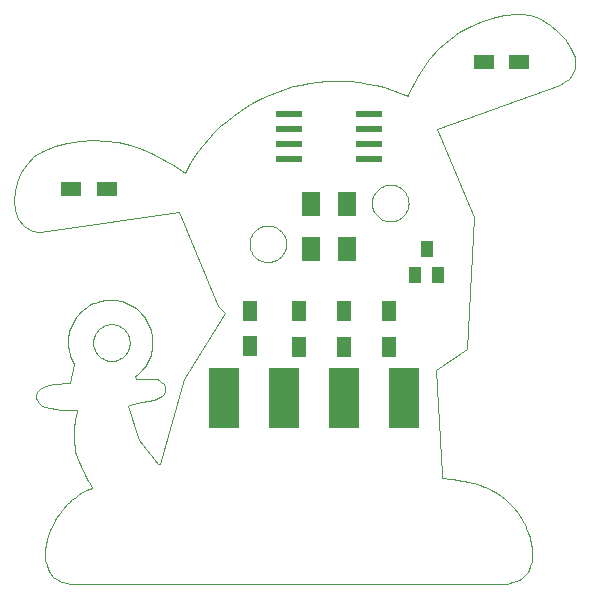
<source format=gbp>
G75*
G70*
%OFA0B0*%
%FSLAX24Y24*%
%IPPOS*%
%LPD*%
%AMOC8*
5,1,8,0,0,1.08239X$1,22.5*
%
%ADD10C,0.0000*%
%ADD11R,0.0870X0.0240*%
%ADD12R,0.1000X0.2000*%
%ADD13R,0.0709X0.0472*%
%ADD14R,0.0472X0.0709*%
%ADD15R,0.0591X0.0787*%
%ADD16R,0.0394X0.0551*%
D10*
X001382Y000617D02*
X001342Y000762D01*
X001315Y000858D01*
X001302Y000906D01*
X001299Y001092D01*
X001296Y001216D01*
X001295Y001278D01*
X001329Y001461D01*
X001352Y001583D01*
X001363Y001644D01*
X001427Y001821D01*
X001469Y001939D01*
X001491Y001998D01*
X001580Y002165D01*
X001640Y002277D01*
X001670Y002333D01*
X001784Y002488D01*
X001859Y002592D01*
X001897Y002643D01*
X002035Y002782D01*
X002126Y002875D01*
X002172Y002921D01*
X002331Y003039D01*
X002438Y003118D01*
X002491Y003157D01*
X002670Y003250D01*
X002789Y003311D01*
X002849Y003342D01*
X002774Y003482D01*
X002724Y003576D01*
X002698Y003623D01*
X002626Y003764D01*
X002578Y003858D01*
X002554Y003905D01*
X002487Y004049D01*
X002442Y004145D01*
X002420Y004192D01*
X002363Y004361D01*
X002325Y004474D01*
X002306Y004530D01*
X002278Y004705D01*
X002259Y004821D01*
X002249Y004879D01*
X002246Y005056D01*
X002245Y005174D01*
X002244Y005232D01*
X002264Y005408D01*
X002277Y005525D01*
X002283Y005584D01*
X002320Y005757D01*
X002345Y005873D01*
X002357Y005931D01*
X002323Y005931D01*
X002045Y005940D01*
X001760Y005946D01*
X001717Y005950D01*
X001591Y005968D01*
X001507Y005981D01*
X001464Y005987D01*
X001300Y006042D01*
X001190Y006079D01*
X001078Y006158D01*
X001028Y006248D01*
X000988Y006338D01*
X000988Y006448D01*
X001048Y006573D01*
X001158Y006668D01*
X001313Y006738D01*
X001548Y006788D01*
X002108Y006838D01*
X002258Y007468D01*
X002221Y007533D01*
X002188Y007600D01*
X002158Y007669D01*
X002132Y007739D01*
X002110Y007810D01*
X002092Y007883D01*
X002077Y007956D01*
X002066Y008030D01*
X002060Y008104D01*
X002057Y008179D01*
X002058Y008254D01*
X002064Y008328D01*
X002073Y008403D01*
X002086Y008476D01*
X002103Y008549D01*
X002124Y008621D01*
X002148Y008691D01*
X002176Y008761D01*
X002208Y008828D01*
X002244Y008894D01*
X002283Y008958D01*
X002325Y009020D01*
X002371Y009079D01*
X002419Y009136D01*
X002471Y009190D01*
X002525Y009241D01*
X002582Y009290D01*
X002641Y009335D01*
X002703Y009377D01*
X002767Y009416D01*
X002833Y009451D01*
X002901Y009483D01*
X002970Y009511D01*
X003041Y009536D01*
X003112Y009556D01*
X003185Y009573D01*
X003259Y009586D01*
X003333Y009595D01*
X003408Y009600D01*
X003483Y009601D01*
X003557Y009598D01*
X003632Y009591D01*
X003706Y009580D01*
X003779Y009566D01*
X003851Y009547D01*
X003923Y009525D01*
X003993Y009498D01*
X004061Y009468D01*
X004128Y009435D01*
X004193Y009398D01*
X004256Y009358D01*
X004317Y009314D01*
X004375Y009267D01*
X004431Y009217D01*
X004484Y009165D01*
X004534Y009109D01*
X004581Y009051D01*
X004625Y008991D01*
X004666Y008928D01*
X004703Y008863D01*
X004737Y008797D01*
X004767Y008728D01*
X004794Y008658D01*
X004817Y008587D01*
X004836Y008515D01*
X004851Y008442D01*
X004862Y008368D01*
X004869Y008293D01*
X004873Y008219D01*
X004872Y008144D01*
X004868Y008069D01*
X004859Y007995D01*
X004847Y007921D01*
X004830Y007848D01*
X004810Y007776D01*
X004786Y007706D01*
X004758Y007636D01*
X004727Y007568D01*
X004692Y007502D01*
X004654Y007438D01*
X004612Y007376D01*
X004567Y007316D01*
X004519Y007259D01*
X004468Y007204D01*
X004414Y007153D01*
X004357Y007104D01*
X004298Y007058D01*
X004308Y006968D01*
X004823Y006978D01*
X005008Y006958D01*
X005083Y006918D01*
X005173Y006878D01*
X005258Y006798D01*
X005298Y006688D01*
X005298Y006568D01*
X005258Y006468D01*
X005188Y006398D01*
X005068Y006328D01*
X004918Y006278D01*
X004538Y006198D01*
X004078Y006108D01*
X004058Y006078D01*
X004418Y004938D01*
X005068Y004128D01*
X005128Y004128D01*
X005908Y006958D01*
X006678Y008198D01*
X007288Y009178D01*
X007048Y009408D01*
X005758Y012538D01*
X001118Y011878D01*
X001098Y011878D01*
X000868Y011898D01*
X000588Y012068D01*
X000398Y012308D01*
X000288Y012588D01*
X000258Y012888D01*
X000288Y013218D01*
X000368Y013538D01*
X000428Y013698D01*
X000498Y013848D01*
X000678Y014138D01*
X000918Y014388D01*
X001218Y014568D01*
X001618Y014728D01*
X002028Y014838D01*
X002448Y014908D01*
X002868Y014928D01*
X002918Y014928D01*
X003308Y014908D01*
X003728Y014848D01*
X004128Y014748D01*
X004518Y014618D01*
X004888Y014468D01*
X005258Y014278D01*
X005608Y014068D01*
X005948Y013838D01*
X008108Y011468D02*
X008110Y011517D01*
X008116Y011566D01*
X008126Y011614D01*
X008139Y011661D01*
X008157Y011707D01*
X008178Y011751D01*
X008202Y011794D01*
X008230Y011834D01*
X008261Y011873D01*
X008295Y011908D01*
X008332Y011941D01*
X008371Y011970D01*
X008413Y011996D01*
X008456Y012019D01*
X008502Y012038D01*
X008548Y012054D01*
X008596Y012066D01*
X008644Y012074D01*
X008693Y012078D01*
X008743Y012078D01*
X008792Y012074D01*
X008840Y012066D01*
X008888Y012054D01*
X008934Y012038D01*
X008980Y012019D01*
X009023Y011996D01*
X009065Y011970D01*
X009104Y011941D01*
X009141Y011908D01*
X009175Y011873D01*
X009206Y011834D01*
X009234Y011794D01*
X009258Y011751D01*
X009279Y011707D01*
X009297Y011661D01*
X009310Y011614D01*
X009320Y011566D01*
X009326Y011517D01*
X009328Y011468D01*
X009326Y011419D01*
X009320Y011370D01*
X009310Y011322D01*
X009297Y011275D01*
X009279Y011229D01*
X009258Y011185D01*
X009234Y011142D01*
X009206Y011102D01*
X009175Y011063D01*
X009141Y011028D01*
X009104Y010995D01*
X009065Y010966D01*
X009023Y010940D01*
X008980Y010917D01*
X008934Y010898D01*
X008888Y010882D01*
X008840Y010870D01*
X008792Y010862D01*
X008743Y010858D01*
X008693Y010858D01*
X008644Y010862D01*
X008596Y010870D01*
X008548Y010882D01*
X008502Y010898D01*
X008456Y010917D01*
X008413Y010940D01*
X008371Y010966D01*
X008332Y010995D01*
X008295Y011028D01*
X008261Y011063D01*
X008230Y011102D01*
X008202Y011142D01*
X008178Y011185D01*
X008157Y011229D01*
X008139Y011275D01*
X008126Y011322D01*
X008116Y011370D01*
X008110Y011419D01*
X008108Y011468D01*
X005948Y013838D02*
X006084Y014082D01*
X006232Y014319D01*
X006391Y014549D01*
X006561Y014770D01*
X006741Y014983D01*
X006932Y015187D01*
X007133Y015382D01*
X007342Y015566D01*
X007561Y015740D01*
X007787Y015903D01*
X008022Y016055D01*
X008263Y016196D01*
X008511Y016324D01*
X008765Y016440D01*
X009024Y016544D01*
X009288Y016635D01*
X009557Y016713D01*
X009828Y016778D01*
X010103Y016830D01*
X010379Y016868D01*
X010657Y016892D01*
X010937Y016903D01*
X011216Y016901D01*
X011495Y016885D01*
X011772Y016855D01*
X012048Y016812D01*
X012322Y016755D01*
X012592Y016685D01*
X012859Y016603D01*
X013121Y016507D01*
X013378Y016398D01*
X013373Y016398D02*
X013768Y017138D01*
X014103Y017623D01*
X014388Y017953D01*
X014608Y018163D01*
X015078Y018513D01*
X015408Y018708D01*
X015798Y018878D01*
X016188Y019003D01*
X016583Y019088D01*
X017018Y019133D01*
X017168Y019133D01*
X017458Y019093D01*
X017748Y018988D01*
X018118Y018773D01*
X018368Y018573D01*
X018613Y018308D01*
X018803Y018038D01*
X018948Y017703D01*
X018958Y017323D01*
X018873Y017098D01*
X018763Y016963D01*
X018588Y016858D01*
X018448Y016768D01*
X014358Y015308D01*
X015578Y012378D01*
X015368Y007968D01*
X014328Y007268D01*
X014528Y003798D01*
X014508Y003678D01*
X014508Y003658D01*
X014809Y003625D01*
X014870Y003619D01*
X015052Y003590D01*
X015174Y003570D01*
X015234Y003561D01*
X015414Y003523D01*
X015534Y003497D01*
X015594Y003484D01*
X015789Y003421D01*
X015919Y003379D01*
X015984Y003358D01*
X016164Y003264D01*
X016283Y003202D01*
X016343Y003171D01*
X016502Y003051D01*
X016608Y002971D01*
X016661Y002932D01*
X016798Y002791D01*
X016889Y002698D01*
X016934Y002651D01*
X017048Y002495D01*
X017123Y002391D01*
X017161Y002339D01*
X017250Y002170D01*
X017310Y002058D01*
X017340Y002002D01*
X017403Y001824D01*
X017446Y001706D01*
X017467Y001647D01*
X017501Y001463D01*
X017524Y001340D01*
X017535Y001279D01*
X017533Y001093D01*
X017531Y000968D01*
X017530Y000906D01*
X017463Y000721D01*
X017419Y000597D01*
X017397Y000535D01*
X017250Y000392D01*
X017152Y000297D01*
X017103Y000250D01*
X016899Y000189D01*
X016762Y000148D01*
X016718Y000138D01*
X002158Y000138D01*
X001993Y000173D01*
X001885Y000191D01*
X001831Y000200D01*
X001694Y000283D01*
X001603Y000338D01*
X001558Y000366D01*
X001470Y000492D01*
X001411Y000575D01*
X001382Y000617D01*
X002894Y008177D02*
X002896Y008226D01*
X002902Y008275D01*
X002912Y008323D01*
X002925Y008370D01*
X002943Y008416D01*
X002964Y008460D01*
X002988Y008503D01*
X003016Y008543D01*
X003047Y008582D01*
X003081Y008617D01*
X003118Y008650D01*
X003157Y008679D01*
X003199Y008705D01*
X003242Y008728D01*
X003288Y008747D01*
X003334Y008763D01*
X003382Y008775D01*
X003430Y008783D01*
X003479Y008787D01*
X003529Y008787D01*
X003578Y008783D01*
X003626Y008775D01*
X003674Y008763D01*
X003720Y008747D01*
X003766Y008728D01*
X003809Y008705D01*
X003851Y008679D01*
X003890Y008650D01*
X003927Y008617D01*
X003961Y008582D01*
X003992Y008543D01*
X004020Y008503D01*
X004044Y008460D01*
X004065Y008416D01*
X004083Y008370D01*
X004096Y008323D01*
X004106Y008275D01*
X004112Y008226D01*
X004114Y008177D01*
X004112Y008128D01*
X004106Y008079D01*
X004096Y008031D01*
X004083Y007984D01*
X004065Y007938D01*
X004044Y007894D01*
X004020Y007851D01*
X003992Y007811D01*
X003961Y007772D01*
X003927Y007737D01*
X003890Y007704D01*
X003851Y007675D01*
X003809Y007649D01*
X003766Y007626D01*
X003720Y007607D01*
X003674Y007591D01*
X003626Y007579D01*
X003578Y007571D01*
X003529Y007567D01*
X003479Y007567D01*
X003430Y007571D01*
X003382Y007579D01*
X003334Y007591D01*
X003288Y007607D01*
X003242Y007626D01*
X003199Y007649D01*
X003157Y007675D01*
X003118Y007704D01*
X003081Y007737D01*
X003047Y007772D01*
X003016Y007811D01*
X002988Y007851D01*
X002964Y007894D01*
X002943Y007938D01*
X002925Y007984D01*
X002912Y008031D01*
X002902Y008079D01*
X002896Y008128D01*
X002894Y008177D01*
X012188Y012828D02*
X012190Y012877D01*
X012196Y012926D01*
X012206Y012974D01*
X012219Y013021D01*
X012237Y013067D01*
X012258Y013111D01*
X012282Y013154D01*
X012310Y013194D01*
X012341Y013233D01*
X012375Y013268D01*
X012412Y013301D01*
X012451Y013330D01*
X012493Y013356D01*
X012536Y013379D01*
X012582Y013398D01*
X012628Y013414D01*
X012676Y013426D01*
X012724Y013434D01*
X012773Y013438D01*
X012823Y013438D01*
X012872Y013434D01*
X012920Y013426D01*
X012968Y013414D01*
X013014Y013398D01*
X013060Y013379D01*
X013103Y013356D01*
X013145Y013330D01*
X013184Y013301D01*
X013221Y013268D01*
X013255Y013233D01*
X013286Y013194D01*
X013314Y013154D01*
X013338Y013111D01*
X013359Y013067D01*
X013377Y013021D01*
X013390Y012974D01*
X013400Y012926D01*
X013406Y012877D01*
X013408Y012828D01*
X013406Y012779D01*
X013400Y012730D01*
X013390Y012682D01*
X013377Y012635D01*
X013359Y012589D01*
X013338Y012545D01*
X013314Y012502D01*
X013286Y012462D01*
X013255Y012423D01*
X013221Y012388D01*
X013184Y012355D01*
X013145Y012326D01*
X013103Y012300D01*
X013060Y012277D01*
X013014Y012258D01*
X012968Y012242D01*
X012920Y012230D01*
X012872Y012222D01*
X012823Y012218D01*
X012773Y012218D01*
X012724Y012222D01*
X012676Y012230D01*
X012628Y012242D01*
X012582Y012258D01*
X012536Y012277D01*
X012493Y012300D01*
X012451Y012326D01*
X012412Y012355D01*
X012375Y012388D01*
X012341Y012423D01*
X012310Y012462D01*
X012282Y012502D01*
X012258Y012545D01*
X012237Y012589D01*
X012219Y012635D01*
X012206Y012682D01*
X012196Y012730D01*
X012190Y012779D01*
X012188Y012828D01*
D11*
X012078Y014288D03*
X012078Y014788D03*
X012078Y015288D03*
X012078Y015788D03*
X009428Y015788D03*
X009428Y015288D03*
X009428Y014788D03*
X009428Y014288D03*
D12*
X009258Y006326D03*
X011258Y006326D03*
X013258Y006326D03*
X007258Y006326D03*
D13*
X003348Y013288D03*
X002168Y013288D03*
X015918Y017538D03*
X017098Y017538D03*
D14*
X012758Y009219D03*
X012758Y008039D03*
X011258Y008039D03*
X011258Y009219D03*
X009758Y009219D03*
X009758Y008039D03*
X008132Y008056D03*
X008132Y009237D03*
D15*
X010168Y011288D03*
X011349Y011288D03*
X011349Y012788D03*
X010168Y012788D03*
D16*
X013634Y010446D03*
X014382Y010446D03*
X014008Y011312D03*
M02*

</source>
